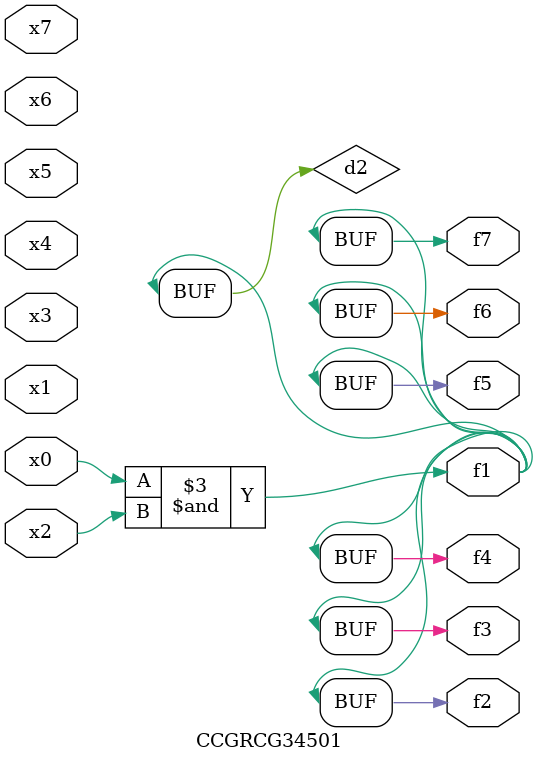
<source format=v>
module CCGRCG34501(
	input x0, x1, x2, x3, x4, x5, x6, x7,
	output f1, f2, f3, f4, f5, f6, f7
);

	wire d1, d2;

	nor (d1, x3, x6);
	and (d2, x0, x2);
	assign f1 = d2;
	assign f2 = d2;
	assign f3 = d2;
	assign f4 = d2;
	assign f5 = d2;
	assign f6 = d2;
	assign f7 = d2;
endmodule

</source>
